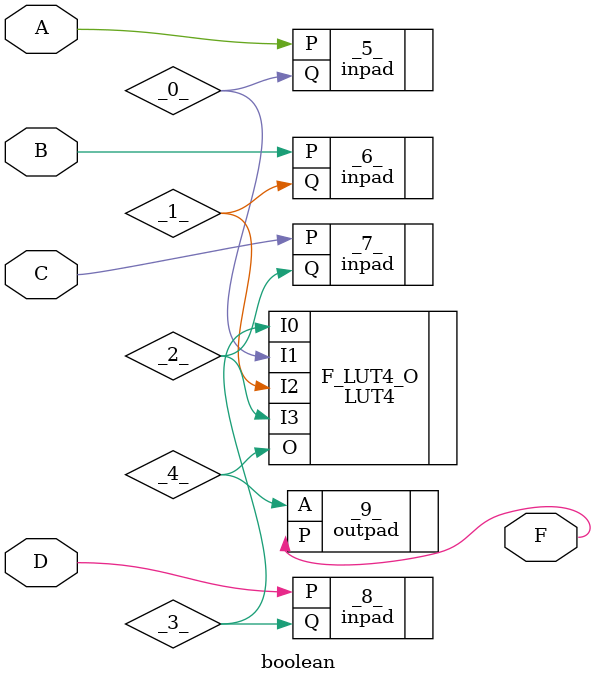
<source format=v>
/* Generated by Yosys 0.9+2406 (git sha1 ca763e6d5, gcc 10.2.1-6 -fPIC -Os) */

(* top =  1  *)
(* src = "/data/data/com.termux/files/home/fpga-examples/blink/onoff.v:4.1-9.11" *)
module boolean(A, B, C, D, F);
  wire _0_;
  wire _1_;
  wire _2_;
  wire _3_;
  wire _4_;
  (* src = "/data/data/com.termux/files/home/fpga-examples/blink/onoff.v:5.11-5.12" *)
  input A;
  (* src = "/data/data/com.termux/files/home/fpga-examples/blink/onoff.v:5.13-5.14" *)
  input B;
  (* src = "/data/data/com.termux/files/home/fpga-examples/blink/onoff.v:5.15-5.16" *)
  input C;
  (* src = "/data/data/com.termux/files/home/fpga-examples/blink/onoff.v:5.17-5.18" *)
  input D;
  (* src = "/data/data/com.termux/files/home/fpga-examples/blink/onoff.v:6.12-6.13" *)
  output F;
  (* keep = 32'd1 *)
  inpad #(
    .IO_LOC("X10Y32"),
    .IO_PAD("27"),
    .IO_TYPE("BIDIR")
  ) _5_ (
    .P(A),
    .Q(_0_)
  );
  (* keep = 32'd1 *)
  inpad #(
    .IO_LOC("X12Y32"),
    .IO_PAD("28"),
    .IO_TYPE("BIDIR")
  ) _6_ (
    .P(B),
    .Q(_1_)
  );
  (* keep = 32'd1 *)
  inpad #(
    .IO_LOC("X16Y32"),
    .IO_PAD("31"),
    .IO_TYPE("BIDIR")
  ) _7_ (
    .P(C),
    .Q(_2_)
  );
  (* keep = 32'd1 *)
  inpad #(
    .IO_LOC("X20Y32"),
    .IO_PAD("33"),
    .IO_TYPE("BIDIR")
  ) _8_ (
    .P(D),
    .Q(_3_)
  );
  (* keep = 32'd1 *)
  outpad #(
    .IO_LOC("X30Y32"),
    .IO_PAD("38"),
    .IO_TYPE("BIDIR")
  ) _9_ (
    .A(_4_),
    .P(F)
  );
  (* module_not_derived = 32'd1 *)
  (* src = "/data/data/com.termux/files/home/symbiflow/bin/../share/yosys/quicklogic/pp3_lut_map.v:40.63-40.132" *)
  LUT4 #(
    .EQN("(I0*~I1*I2*~I3)+(~I0*~I1*~I2*I3)+(~I0*~I1*I2*I3)+(I0*~I1*I2*I3)"),
    .INIT(16'h3120)
  ) F_LUT4_O (
    .I0(_3_),
    .I1(_0_),
    .I2(_1_),
    .I3(_2_),
    .O(_4_)
  );
endmodule

</source>
